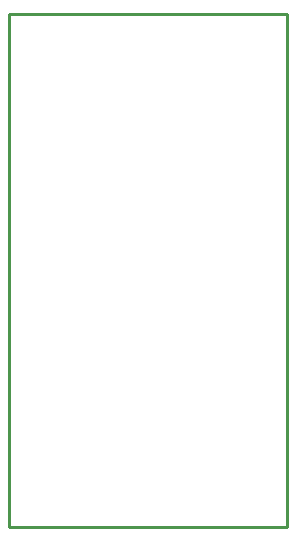
<source format=gbr>
G04 EAGLE Gerber RS-274X export*
G75*
%MOMM*%
%FSLAX34Y34*%
%LPD*%
%IN*%
%IPPOS*%
%AMOC8*
5,1,8,0,0,1.08239X$1,22.5*%
G01*
%ADD10C,0.254000*%


D10*
X15240Y10160D02*
X250700Y10160D01*
X250700Y444400D01*
X15240Y444400D01*
X15240Y10160D01*
M02*

</source>
